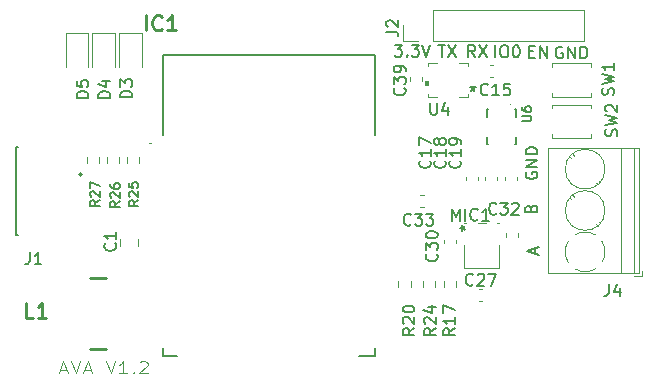
<source format=gto>
G04 #@! TF.GenerationSoftware,KiCad,Pcbnew,7.0.1*
G04 #@! TF.CreationDate,2023-11-26T12:32:17+08:00*
G04 #@! TF.ProjectId,SourceFIle,536f7572-6365-4464-996c-652e6b696361,02*
G04 #@! TF.SameCoordinates,Original*
G04 #@! TF.FileFunction,Legend,Top*
G04 #@! TF.FilePolarity,Positive*
%FSLAX46Y46*%
G04 Gerber Fmt 4.6, Leading zero omitted, Abs format (unit mm)*
G04 Created by KiCad (PCBNEW 7.0.1) date 2023-11-26 12:32:17*
%MOMM*%
%LPD*%
G01*
G04 APERTURE LIST*
%ADD10C,0.150000*%
%ADD11C,0.120000*%
%ADD12C,0.254000*%
%ADD13C,0.100000*%
%ADD14C,0.200000*%
%ADD15C,0.127000*%
G04 APERTURE END LIST*
D10*
X170863095Y-73578809D02*
X171196428Y-73578809D01*
X171339285Y-74102619D02*
X170863095Y-74102619D01*
X170863095Y-74102619D02*
X170863095Y-73102619D01*
X170863095Y-73102619D02*
X171339285Y-73102619D01*
X171767857Y-74102619D02*
X171767857Y-73102619D01*
X171767857Y-73102619D02*
X172339285Y-74102619D01*
X172339285Y-74102619D02*
X172339285Y-73102619D01*
X170596488Y-83813095D02*
X170548869Y-83908333D01*
X170548869Y-83908333D02*
X170548869Y-84051190D01*
X170548869Y-84051190D02*
X170596488Y-84194047D01*
X170596488Y-84194047D02*
X170691726Y-84289285D01*
X170691726Y-84289285D02*
X170786964Y-84336904D01*
X170786964Y-84336904D02*
X170977440Y-84384523D01*
X170977440Y-84384523D02*
X171120297Y-84384523D01*
X171120297Y-84384523D02*
X171310773Y-84336904D01*
X171310773Y-84336904D02*
X171406011Y-84289285D01*
X171406011Y-84289285D02*
X171501250Y-84194047D01*
X171501250Y-84194047D02*
X171548869Y-84051190D01*
X171548869Y-84051190D02*
X171548869Y-83955952D01*
X171548869Y-83955952D02*
X171501250Y-83813095D01*
X171501250Y-83813095D02*
X171453630Y-83765476D01*
X171453630Y-83765476D02*
X171120297Y-83765476D01*
X171120297Y-83765476D02*
X171120297Y-83955952D01*
X171548869Y-83336904D02*
X170548869Y-83336904D01*
X170548869Y-83336904D02*
X171548869Y-82765476D01*
X171548869Y-82765476D02*
X170548869Y-82765476D01*
X171548869Y-82289285D02*
X170548869Y-82289285D01*
X170548869Y-82289285D02*
X170548869Y-82051190D01*
X170548869Y-82051190D02*
X170596488Y-81908333D01*
X170596488Y-81908333D02*
X170691726Y-81813095D01*
X170691726Y-81813095D02*
X170786964Y-81765476D01*
X170786964Y-81765476D02*
X170977440Y-81717857D01*
X170977440Y-81717857D02*
X171120297Y-81717857D01*
X171120297Y-81717857D02*
X171310773Y-81765476D01*
X171310773Y-81765476D02*
X171406011Y-81813095D01*
X171406011Y-81813095D02*
X171501250Y-81908333D01*
X171501250Y-81908333D02*
X171548869Y-82051190D01*
X171548869Y-82051190D02*
X171548869Y-82289285D01*
X167988095Y-74077619D02*
X167988095Y-73077619D01*
X168654761Y-73077619D02*
X168845237Y-73077619D01*
X168845237Y-73077619D02*
X168940475Y-73125238D01*
X168940475Y-73125238D02*
X169035713Y-73220476D01*
X169035713Y-73220476D02*
X169083332Y-73410952D01*
X169083332Y-73410952D02*
X169083332Y-73744285D01*
X169083332Y-73744285D02*
X169035713Y-73934761D01*
X169035713Y-73934761D02*
X168940475Y-74030000D01*
X168940475Y-74030000D02*
X168845237Y-74077619D01*
X168845237Y-74077619D02*
X168654761Y-74077619D01*
X168654761Y-74077619D02*
X168559523Y-74030000D01*
X168559523Y-74030000D02*
X168464285Y-73934761D01*
X168464285Y-73934761D02*
X168416666Y-73744285D01*
X168416666Y-73744285D02*
X168416666Y-73410952D01*
X168416666Y-73410952D02*
X168464285Y-73220476D01*
X168464285Y-73220476D02*
X168559523Y-73125238D01*
X168559523Y-73125238D02*
X168654761Y-73077619D01*
X169702380Y-73077619D02*
X169797618Y-73077619D01*
X169797618Y-73077619D02*
X169892856Y-73125238D01*
X169892856Y-73125238D02*
X169940475Y-73172857D01*
X169940475Y-73172857D02*
X169988094Y-73268095D01*
X169988094Y-73268095D02*
X170035713Y-73458571D01*
X170035713Y-73458571D02*
X170035713Y-73696666D01*
X170035713Y-73696666D02*
X169988094Y-73887142D01*
X169988094Y-73887142D02*
X169940475Y-73982380D01*
X169940475Y-73982380D02*
X169892856Y-74030000D01*
X169892856Y-74030000D02*
X169797618Y-74077619D01*
X169797618Y-74077619D02*
X169702380Y-74077619D01*
X169702380Y-74077619D02*
X169607142Y-74030000D01*
X169607142Y-74030000D02*
X169559523Y-73982380D01*
X169559523Y-73982380D02*
X169511904Y-73887142D01*
X169511904Y-73887142D02*
X169464285Y-73696666D01*
X169464285Y-73696666D02*
X169464285Y-73458571D01*
X169464285Y-73458571D02*
X169511904Y-73268095D01*
X169511904Y-73268095D02*
X169559523Y-73172857D01*
X169559523Y-73172857D02*
X169607142Y-73125238D01*
X169607142Y-73125238D02*
X169702380Y-73077619D01*
X159467857Y-73027619D02*
X160086904Y-73027619D01*
X160086904Y-73027619D02*
X159753571Y-73408571D01*
X159753571Y-73408571D02*
X159896428Y-73408571D01*
X159896428Y-73408571D02*
X159991666Y-73456190D01*
X159991666Y-73456190D02*
X160039285Y-73503809D01*
X160039285Y-73503809D02*
X160086904Y-73599047D01*
X160086904Y-73599047D02*
X160086904Y-73837142D01*
X160086904Y-73837142D02*
X160039285Y-73932380D01*
X160039285Y-73932380D02*
X159991666Y-73980000D01*
X159991666Y-73980000D02*
X159896428Y-74027619D01*
X159896428Y-74027619D02*
X159610714Y-74027619D01*
X159610714Y-74027619D02*
X159515476Y-73980000D01*
X159515476Y-73980000D02*
X159467857Y-73932380D01*
X160515476Y-73932380D02*
X160563095Y-73980000D01*
X160563095Y-73980000D02*
X160515476Y-74027619D01*
X160515476Y-74027619D02*
X160467857Y-73980000D01*
X160467857Y-73980000D02*
X160515476Y-73932380D01*
X160515476Y-73932380D02*
X160515476Y-74027619D01*
X160896428Y-73027619D02*
X161515475Y-73027619D01*
X161515475Y-73027619D02*
X161182142Y-73408571D01*
X161182142Y-73408571D02*
X161324999Y-73408571D01*
X161324999Y-73408571D02*
X161420237Y-73456190D01*
X161420237Y-73456190D02*
X161467856Y-73503809D01*
X161467856Y-73503809D02*
X161515475Y-73599047D01*
X161515475Y-73599047D02*
X161515475Y-73837142D01*
X161515475Y-73837142D02*
X161467856Y-73932380D01*
X161467856Y-73932380D02*
X161420237Y-73980000D01*
X161420237Y-73980000D02*
X161324999Y-74027619D01*
X161324999Y-74027619D02*
X161039285Y-74027619D01*
X161039285Y-74027619D02*
X160944047Y-73980000D01*
X160944047Y-73980000D02*
X160896428Y-73932380D01*
X161801190Y-73027619D02*
X162134523Y-74027619D01*
X162134523Y-74027619D02*
X162467856Y-73027619D01*
X173661904Y-73225238D02*
X173566666Y-73177619D01*
X173566666Y-73177619D02*
X173423809Y-73177619D01*
X173423809Y-73177619D02*
X173280952Y-73225238D01*
X173280952Y-73225238D02*
X173185714Y-73320476D01*
X173185714Y-73320476D02*
X173138095Y-73415714D01*
X173138095Y-73415714D02*
X173090476Y-73606190D01*
X173090476Y-73606190D02*
X173090476Y-73749047D01*
X173090476Y-73749047D02*
X173138095Y-73939523D01*
X173138095Y-73939523D02*
X173185714Y-74034761D01*
X173185714Y-74034761D02*
X173280952Y-74130000D01*
X173280952Y-74130000D02*
X173423809Y-74177619D01*
X173423809Y-74177619D02*
X173519047Y-74177619D01*
X173519047Y-74177619D02*
X173661904Y-74130000D01*
X173661904Y-74130000D02*
X173709523Y-74082380D01*
X173709523Y-74082380D02*
X173709523Y-73749047D01*
X173709523Y-73749047D02*
X173519047Y-73749047D01*
X174138095Y-74177619D02*
X174138095Y-73177619D01*
X174138095Y-73177619D02*
X174709523Y-74177619D01*
X174709523Y-74177619D02*
X174709523Y-73177619D01*
X175185714Y-74177619D02*
X175185714Y-73177619D01*
X175185714Y-73177619D02*
X175423809Y-73177619D01*
X175423809Y-73177619D02*
X175566666Y-73225238D01*
X175566666Y-73225238D02*
X175661904Y-73320476D01*
X175661904Y-73320476D02*
X175709523Y-73415714D01*
X175709523Y-73415714D02*
X175757142Y-73606190D01*
X175757142Y-73606190D02*
X175757142Y-73749047D01*
X175757142Y-73749047D02*
X175709523Y-73939523D01*
X175709523Y-73939523D02*
X175661904Y-74034761D01*
X175661904Y-74034761D02*
X175566666Y-74130000D01*
X175566666Y-74130000D02*
X175423809Y-74177619D01*
X175423809Y-74177619D02*
X175185714Y-74177619D01*
X163170238Y-73027619D02*
X163741666Y-73027619D01*
X163455952Y-74027619D02*
X163455952Y-73027619D01*
X163979762Y-73027619D02*
X164646428Y-74027619D01*
X164646428Y-73027619D02*
X163979762Y-74027619D01*
D11*
X131129821Y-100541904D02*
X131701250Y-100541904D01*
X131015535Y-100827619D02*
X131415535Y-99827619D01*
X131415535Y-99827619D02*
X131815535Y-100827619D01*
X132044106Y-99827619D02*
X132444106Y-100827619D01*
X132444106Y-100827619D02*
X132844106Y-99827619D01*
X133186963Y-100541904D02*
X133758392Y-100541904D01*
X133072677Y-100827619D02*
X133472677Y-99827619D01*
X133472677Y-99827619D02*
X133872677Y-100827619D01*
X135015534Y-99827619D02*
X135415534Y-100827619D01*
X135415534Y-100827619D02*
X135815534Y-99827619D01*
X136844105Y-100827619D02*
X136158391Y-100827619D01*
X136501248Y-100827619D02*
X136501248Y-99827619D01*
X136501248Y-99827619D02*
X136386962Y-99970476D01*
X136386962Y-99970476D02*
X136272677Y-100065714D01*
X136272677Y-100065714D02*
X136158391Y-100113333D01*
X137358391Y-100732380D02*
X137415534Y-100780000D01*
X137415534Y-100780000D02*
X137358391Y-100827619D01*
X137358391Y-100827619D02*
X137301248Y-100780000D01*
X137301248Y-100780000D02*
X137358391Y-100732380D01*
X137358391Y-100732380D02*
X137358391Y-100827619D01*
X137872677Y-99922857D02*
X137929820Y-99875238D01*
X137929820Y-99875238D02*
X138044106Y-99827619D01*
X138044106Y-99827619D02*
X138329820Y-99827619D01*
X138329820Y-99827619D02*
X138444106Y-99875238D01*
X138444106Y-99875238D02*
X138501248Y-99922857D01*
X138501248Y-99922857D02*
X138558391Y-100018095D01*
X138558391Y-100018095D02*
X138558391Y-100113333D01*
X138558391Y-100113333D02*
X138501248Y-100256190D01*
X138501248Y-100256190D02*
X137815534Y-100827619D01*
X137815534Y-100827619D02*
X138558391Y-100827619D01*
D10*
X171005059Y-86873571D02*
X171052678Y-86730714D01*
X171052678Y-86730714D02*
X171100297Y-86683095D01*
X171100297Y-86683095D02*
X171195535Y-86635476D01*
X171195535Y-86635476D02*
X171338392Y-86635476D01*
X171338392Y-86635476D02*
X171433630Y-86683095D01*
X171433630Y-86683095D02*
X171481250Y-86730714D01*
X171481250Y-86730714D02*
X171528869Y-86825952D01*
X171528869Y-86825952D02*
X171528869Y-87206904D01*
X171528869Y-87206904D02*
X170528869Y-87206904D01*
X170528869Y-87206904D02*
X170528869Y-86873571D01*
X170528869Y-86873571D02*
X170576488Y-86778333D01*
X170576488Y-86778333D02*
X170624107Y-86730714D01*
X170624107Y-86730714D02*
X170719345Y-86683095D01*
X170719345Y-86683095D02*
X170814583Y-86683095D01*
X170814583Y-86683095D02*
X170909821Y-86730714D01*
X170909821Y-86730714D02*
X170957440Y-86778333D01*
X170957440Y-86778333D02*
X171005059Y-86873571D01*
X171005059Y-86873571D02*
X171005059Y-87206904D01*
X171373154Y-90694523D02*
X171373154Y-90218333D01*
X171658869Y-90789761D02*
X170658869Y-90456428D01*
X170658869Y-90456428D02*
X171658869Y-90123095D01*
X166284523Y-74052619D02*
X165951190Y-73576428D01*
X165713095Y-74052619D02*
X165713095Y-73052619D01*
X165713095Y-73052619D02*
X166094047Y-73052619D01*
X166094047Y-73052619D02*
X166189285Y-73100238D01*
X166189285Y-73100238D02*
X166236904Y-73147857D01*
X166236904Y-73147857D02*
X166284523Y-73243095D01*
X166284523Y-73243095D02*
X166284523Y-73385952D01*
X166284523Y-73385952D02*
X166236904Y-73481190D01*
X166236904Y-73481190D02*
X166189285Y-73528809D01*
X166189285Y-73528809D02*
X166094047Y-73576428D01*
X166094047Y-73576428D02*
X165713095Y-73576428D01*
X166617857Y-73052619D02*
X167284523Y-74052619D01*
X167284523Y-73052619D02*
X166617857Y-74052619D01*
X164987380Y-82822857D02*
X165035000Y-82870476D01*
X165035000Y-82870476D02*
X165082619Y-83013333D01*
X165082619Y-83013333D02*
X165082619Y-83108571D01*
X165082619Y-83108571D02*
X165035000Y-83251428D01*
X165035000Y-83251428D02*
X164939761Y-83346666D01*
X164939761Y-83346666D02*
X164844523Y-83394285D01*
X164844523Y-83394285D02*
X164654047Y-83441904D01*
X164654047Y-83441904D02*
X164511190Y-83441904D01*
X164511190Y-83441904D02*
X164320714Y-83394285D01*
X164320714Y-83394285D02*
X164225476Y-83346666D01*
X164225476Y-83346666D02*
X164130238Y-83251428D01*
X164130238Y-83251428D02*
X164082619Y-83108571D01*
X164082619Y-83108571D02*
X164082619Y-83013333D01*
X164082619Y-83013333D02*
X164130238Y-82870476D01*
X164130238Y-82870476D02*
X164177857Y-82822857D01*
X165082619Y-81870476D02*
X165082619Y-82441904D01*
X165082619Y-82156190D02*
X164082619Y-82156190D01*
X164082619Y-82156190D02*
X164225476Y-82251428D01*
X164225476Y-82251428D02*
X164320714Y-82346666D01*
X164320714Y-82346666D02*
X164368333Y-82441904D01*
X165082619Y-81394285D02*
X165082619Y-81203809D01*
X165082619Y-81203809D02*
X165035000Y-81108571D01*
X165035000Y-81108571D02*
X164987380Y-81060952D01*
X164987380Y-81060952D02*
X164844523Y-80965714D01*
X164844523Y-80965714D02*
X164654047Y-80918095D01*
X164654047Y-80918095D02*
X164273095Y-80918095D01*
X164273095Y-80918095D02*
X164177857Y-80965714D01*
X164177857Y-80965714D02*
X164130238Y-81013333D01*
X164130238Y-81013333D02*
X164082619Y-81108571D01*
X164082619Y-81108571D02*
X164082619Y-81299047D01*
X164082619Y-81299047D02*
X164130238Y-81394285D01*
X164130238Y-81394285D02*
X164177857Y-81441904D01*
X164177857Y-81441904D02*
X164273095Y-81489523D01*
X164273095Y-81489523D02*
X164511190Y-81489523D01*
X164511190Y-81489523D02*
X164606428Y-81441904D01*
X164606428Y-81441904D02*
X164654047Y-81394285D01*
X164654047Y-81394285D02*
X164701666Y-81299047D01*
X164701666Y-81299047D02*
X164701666Y-81108571D01*
X164701666Y-81108571D02*
X164654047Y-81013333D01*
X164654047Y-81013333D02*
X164606428Y-80965714D01*
X164606428Y-80965714D02*
X164511190Y-80918095D01*
X136171345Y-86289285D02*
X135790392Y-86555952D01*
X136171345Y-86746428D02*
X135371345Y-86746428D01*
X135371345Y-86746428D02*
X135371345Y-86441666D01*
X135371345Y-86441666D02*
X135409440Y-86365476D01*
X135409440Y-86365476D02*
X135447535Y-86327381D01*
X135447535Y-86327381D02*
X135523726Y-86289285D01*
X135523726Y-86289285D02*
X135638011Y-86289285D01*
X135638011Y-86289285D02*
X135714202Y-86327381D01*
X135714202Y-86327381D02*
X135752297Y-86365476D01*
X135752297Y-86365476D02*
X135790392Y-86441666D01*
X135790392Y-86441666D02*
X135790392Y-86746428D01*
X135447535Y-85984524D02*
X135409440Y-85946428D01*
X135409440Y-85946428D02*
X135371345Y-85870238D01*
X135371345Y-85870238D02*
X135371345Y-85679762D01*
X135371345Y-85679762D02*
X135409440Y-85603571D01*
X135409440Y-85603571D02*
X135447535Y-85565476D01*
X135447535Y-85565476D02*
X135523726Y-85527381D01*
X135523726Y-85527381D02*
X135599916Y-85527381D01*
X135599916Y-85527381D02*
X135714202Y-85565476D01*
X135714202Y-85565476D02*
X136171345Y-86022619D01*
X136171345Y-86022619D02*
X136171345Y-85527381D01*
X135371345Y-84841666D02*
X135371345Y-84994047D01*
X135371345Y-84994047D02*
X135409440Y-85070238D01*
X135409440Y-85070238D02*
X135447535Y-85108333D01*
X135447535Y-85108333D02*
X135561821Y-85184523D01*
X135561821Y-85184523D02*
X135714202Y-85222619D01*
X135714202Y-85222619D02*
X136018964Y-85222619D01*
X136018964Y-85222619D02*
X136095154Y-85184523D01*
X136095154Y-85184523D02*
X136133250Y-85146428D01*
X136133250Y-85146428D02*
X136171345Y-85070238D01*
X136171345Y-85070238D02*
X136171345Y-84917857D01*
X136171345Y-84917857D02*
X136133250Y-84841666D01*
X136133250Y-84841666D02*
X136095154Y-84803571D01*
X136095154Y-84803571D02*
X136018964Y-84765476D01*
X136018964Y-84765476D02*
X135828488Y-84765476D01*
X135828488Y-84765476D02*
X135752297Y-84803571D01*
X135752297Y-84803571D02*
X135714202Y-84841666D01*
X135714202Y-84841666D02*
X135676107Y-84917857D01*
X135676107Y-84917857D02*
X135676107Y-85070238D01*
X135676107Y-85070238D02*
X135714202Y-85146428D01*
X135714202Y-85146428D02*
X135752297Y-85184523D01*
X135752297Y-85184523D02*
X135828488Y-85222619D01*
X163707380Y-82822857D02*
X163755000Y-82870476D01*
X163755000Y-82870476D02*
X163802619Y-83013333D01*
X163802619Y-83013333D02*
X163802619Y-83108571D01*
X163802619Y-83108571D02*
X163755000Y-83251428D01*
X163755000Y-83251428D02*
X163659761Y-83346666D01*
X163659761Y-83346666D02*
X163564523Y-83394285D01*
X163564523Y-83394285D02*
X163374047Y-83441904D01*
X163374047Y-83441904D02*
X163231190Y-83441904D01*
X163231190Y-83441904D02*
X163040714Y-83394285D01*
X163040714Y-83394285D02*
X162945476Y-83346666D01*
X162945476Y-83346666D02*
X162850238Y-83251428D01*
X162850238Y-83251428D02*
X162802619Y-83108571D01*
X162802619Y-83108571D02*
X162802619Y-83013333D01*
X162802619Y-83013333D02*
X162850238Y-82870476D01*
X162850238Y-82870476D02*
X162897857Y-82822857D01*
X163802619Y-81870476D02*
X163802619Y-82441904D01*
X163802619Y-82156190D02*
X162802619Y-82156190D01*
X162802619Y-82156190D02*
X162945476Y-82251428D01*
X162945476Y-82251428D02*
X163040714Y-82346666D01*
X163040714Y-82346666D02*
X163088333Y-82441904D01*
X163231190Y-81299047D02*
X163183571Y-81394285D01*
X163183571Y-81394285D02*
X163135952Y-81441904D01*
X163135952Y-81441904D02*
X163040714Y-81489523D01*
X163040714Y-81489523D02*
X162993095Y-81489523D01*
X162993095Y-81489523D02*
X162897857Y-81441904D01*
X162897857Y-81441904D02*
X162850238Y-81394285D01*
X162850238Y-81394285D02*
X162802619Y-81299047D01*
X162802619Y-81299047D02*
X162802619Y-81108571D01*
X162802619Y-81108571D02*
X162850238Y-81013333D01*
X162850238Y-81013333D02*
X162897857Y-80965714D01*
X162897857Y-80965714D02*
X162993095Y-80918095D01*
X162993095Y-80918095D02*
X163040714Y-80918095D01*
X163040714Y-80918095D02*
X163135952Y-80965714D01*
X163135952Y-80965714D02*
X163183571Y-81013333D01*
X163183571Y-81013333D02*
X163231190Y-81108571D01*
X163231190Y-81108571D02*
X163231190Y-81299047D01*
X163231190Y-81299047D02*
X163278809Y-81394285D01*
X163278809Y-81394285D02*
X163326428Y-81441904D01*
X163326428Y-81441904D02*
X163421666Y-81489523D01*
X163421666Y-81489523D02*
X163612142Y-81489523D01*
X163612142Y-81489523D02*
X163707380Y-81441904D01*
X163707380Y-81441904D02*
X163755000Y-81394285D01*
X163755000Y-81394285D02*
X163802619Y-81299047D01*
X163802619Y-81299047D02*
X163802619Y-81108571D01*
X163802619Y-81108571D02*
X163755000Y-81013333D01*
X163755000Y-81013333D02*
X163707380Y-80965714D01*
X163707380Y-80965714D02*
X163612142Y-80918095D01*
X163612142Y-80918095D02*
X163421666Y-80918095D01*
X163421666Y-80918095D02*
X163326428Y-80965714D01*
X163326428Y-80965714D02*
X163278809Y-81013333D01*
X163278809Y-81013333D02*
X163231190Y-81108571D01*
X168068392Y-87299880D02*
X168020773Y-87347500D01*
X168020773Y-87347500D02*
X167877916Y-87395119D01*
X167877916Y-87395119D02*
X167782678Y-87395119D01*
X167782678Y-87395119D02*
X167639821Y-87347500D01*
X167639821Y-87347500D02*
X167544583Y-87252261D01*
X167544583Y-87252261D02*
X167496964Y-87157023D01*
X167496964Y-87157023D02*
X167449345Y-86966547D01*
X167449345Y-86966547D02*
X167449345Y-86823690D01*
X167449345Y-86823690D02*
X167496964Y-86633214D01*
X167496964Y-86633214D02*
X167544583Y-86537976D01*
X167544583Y-86537976D02*
X167639821Y-86442738D01*
X167639821Y-86442738D02*
X167782678Y-86395119D01*
X167782678Y-86395119D02*
X167877916Y-86395119D01*
X167877916Y-86395119D02*
X168020773Y-86442738D01*
X168020773Y-86442738D02*
X168068392Y-86490357D01*
X168401726Y-86395119D02*
X169020773Y-86395119D01*
X169020773Y-86395119D02*
X168687440Y-86776071D01*
X168687440Y-86776071D02*
X168830297Y-86776071D01*
X168830297Y-86776071D02*
X168925535Y-86823690D01*
X168925535Y-86823690D02*
X168973154Y-86871309D01*
X168973154Y-86871309D02*
X169020773Y-86966547D01*
X169020773Y-86966547D02*
X169020773Y-87204642D01*
X169020773Y-87204642D02*
X168973154Y-87299880D01*
X168973154Y-87299880D02*
X168925535Y-87347500D01*
X168925535Y-87347500D02*
X168830297Y-87395119D01*
X168830297Y-87395119D02*
X168544583Y-87395119D01*
X168544583Y-87395119D02*
X168449345Y-87347500D01*
X168449345Y-87347500D02*
X168401726Y-87299880D01*
X169401726Y-86490357D02*
X169449345Y-86442738D01*
X169449345Y-86442738D02*
X169544583Y-86395119D01*
X169544583Y-86395119D02*
X169782678Y-86395119D01*
X169782678Y-86395119D02*
X169877916Y-86442738D01*
X169877916Y-86442738D02*
X169925535Y-86490357D01*
X169925535Y-86490357D02*
X169973154Y-86585595D01*
X169973154Y-86585595D02*
X169973154Y-86680833D01*
X169973154Y-86680833D02*
X169925535Y-86823690D01*
X169925535Y-86823690D02*
X169354107Y-87395119D01*
X169354107Y-87395119D02*
X169973154Y-87395119D01*
X158773869Y-71928333D02*
X159488154Y-71928333D01*
X159488154Y-71928333D02*
X159631011Y-71975952D01*
X159631011Y-71975952D02*
X159726250Y-72071190D01*
X159726250Y-72071190D02*
X159773869Y-72214047D01*
X159773869Y-72214047D02*
X159773869Y-72309285D01*
X158869107Y-71499761D02*
X158821488Y-71452142D01*
X158821488Y-71452142D02*
X158773869Y-71356904D01*
X158773869Y-71356904D02*
X158773869Y-71118809D01*
X158773869Y-71118809D02*
X158821488Y-71023571D01*
X158821488Y-71023571D02*
X158869107Y-70975952D01*
X158869107Y-70975952D02*
X158964345Y-70928333D01*
X158964345Y-70928333D02*
X159059583Y-70928333D01*
X159059583Y-70928333D02*
X159202440Y-70975952D01*
X159202440Y-70975952D02*
X159773869Y-71547380D01*
X159773869Y-71547380D02*
X159773869Y-70928333D01*
X166098392Y-93312380D02*
X166050773Y-93360000D01*
X166050773Y-93360000D02*
X165907916Y-93407619D01*
X165907916Y-93407619D02*
X165812678Y-93407619D01*
X165812678Y-93407619D02*
X165669821Y-93360000D01*
X165669821Y-93360000D02*
X165574583Y-93264761D01*
X165574583Y-93264761D02*
X165526964Y-93169523D01*
X165526964Y-93169523D02*
X165479345Y-92979047D01*
X165479345Y-92979047D02*
X165479345Y-92836190D01*
X165479345Y-92836190D02*
X165526964Y-92645714D01*
X165526964Y-92645714D02*
X165574583Y-92550476D01*
X165574583Y-92550476D02*
X165669821Y-92455238D01*
X165669821Y-92455238D02*
X165812678Y-92407619D01*
X165812678Y-92407619D02*
X165907916Y-92407619D01*
X165907916Y-92407619D02*
X166050773Y-92455238D01*
X166050773Y-92455238D02*
X166098392Y-92502857D01*
X166479345Y-92502857D02*
X166526964Y-92455238D01*
X166526964Y-92455238D02*
X166622202Y-92407619D01*
X166622202Y-92407619D02*
X166860297Y-92407619D01*
X166860297Y-92407619D02*
X166955535Y-92455238D01*
X166955535Y-92455238D02*
X167003154Y-92502857D01*
X167003154Y-92502857D02*
X167050773Y-92598095D01*
X167050773Y-92598095D02*
X167050773Y-92693333D01*
X167050773Y-92693333D02*
X167003154Y-92836190D01*
X167003154Y-92836190D02*
X166431726Y-93407619D01*
X166431726Y-93407619D02*
X167050773Y-93407619D01*
X167384107Y-92407619D02*
X168050773Y-92407619D01*
X168050773Y-92407619D02*
X167622202Y-93407619D01*
X137237619Y-77488094D02*
X136237619Y-77488094D01*
X136237619Y-77488094D02*
X136237619Y-77249999D01*
X136237619Y-77249999D02*
X136285238Y-77107142D01*
X136285238Y-77107142D02*
X136380476Y-77011904D01*
X136380476Y-77011904D02*
X136475714Y-76964285D01*
X136475714Y-76964285D02*
X136666190Y-76916666D01*
X136666190Y-76916666D02*
X136809047Y-76916666D01*
X136809047Y-76916666D02*
X136999523Y-76964285D01*
X136999523Y-76964285D02*
X137094761Y-77011904D01*
X137094761Y-77011904D02*
X137190000Y-77107142D01*
X137190000Y-77107142D02*
X137237619Y-77249999D01*
X137237619Y-77249999D02*
X137237619Y-77488094D01*
X136237619Y-76583332D02*
X136237619Y-75964285D01*
X136237619Y-75964285D02*
X136618571Y-76297618D01*
X136618571Y-76297618D02*
X136618571Y-76154761D01*
X136618571Y-76154761D02*
X136666190Y-76059523D01*
X136666190Y-76059523D02*
X136713809Y-76011904D01*
X136713809Y-76011904D02*
X136809047Y-75964285D01*
X136809047Y-75964285D02*
X137047142Y-75964285D01*
X137047142Y-75964285D02*
X137142380Y-76011904D01*
X137142380Y-76011904D02*
X137190000Y-76059523D01*
X137190000Y-76059523D02*
X137237619Y-76154761D01*
X137237619Y-76154761D02*
X137237619Y-76440475D01*
X137237619Y-76440475D02*
X137190000Y-76535713D01*
X137190000Y-76535713D02*
X137142380Y-76583332D01*
X160848392Y-88232380D02*
X160800773Y-88280000D01*
X160800773Y-88280000D02*
X160657916Y-88327619D01*
X160657916Y-88327619D02*
X160562678Y-88327619D01*
X160562678Y-88327619D02*
X160419821Y-88280000D01*
X160419821Y-88280000D02*
X160324583Y-88184761D01*
X160324583Y-88184761D02*
X160276964Y-88089523D01*
X160276964Y-88089523D02*
X160229345Y-87899047D01*
X160229345Y-87899047D02*
X160229345Y-87756190D01*
X160229345Y-87756190D02*
X160276964Y-87565714D01*
X160276964Y-87565714D02*
X160324583Y-87470476D01*
X160324583Y-87470476D02*
X160419821Y-87375238D01*
X160419821Y-87375238D02*
X160562678Y-87327619D01*
X160562678Y-87327619D02*
X160657916Y-87327619D01*
X160657916Y-87327619D02*
X160800773Y-87375238D01*
X160800773Y-87375238D02*
X160848392Y-87422857D01*
X161181726Y-87327619D02*
X161800773Y-87327619D01*
X161800773Y-87327619D02*
X161467440Y-87708571D01*
X161467440Y-87708571D02*
X161610297Y-87708571D01*
X161610297Y-87708571D02*
X161705535Y-87756190D01*
X161705535Y-87756190D02*
X161753154Y-87803809D01*
X161753154Y-87803809D02*
X161800773Y-87899047D01*
X161800773Y-87899047D02*
X161800773Y-88137142D01*
X161800773Y-88137142D02*
X161753154Y-88232380D01*
X161753154Y-88232380D02*
X161705535Y-88280000D01*
X161705535Y-88280000D02*
X161610297Y-88327619D01*
X161610297Y-88327619D02*
X161324583Y-88327619D01*
X161324583Y-88327619D02*
X161229345Y-88280000D01*
X161229345Y-88280000D02*
X161181726Y-88232380D01*
X162134107Y-87327619D02*
X162753154Y-87327619D01*
X162753154Y-87327619D02*
X162419821Y-87708571D01*
X162419821Y-87708571D02*
X162562678Y-87708571D01*
X162562678Y-87708571D02*
X162657916Y-87756190D01*
X162657916Y-87756190D02*
X162705535Y-87803809D01*
X162705535Y-87803809D02*
X162753154Y-87899047D01*
X162753154Y-87899047D02*
X162753154Y-88137142D01*
X162753154Y-88137142D02*
X162705535Y-88232380D01*
X162705535Y-88232380D02*
X162657916Y-88280000D01*
X162657916Y-88280000D02*
X162562678Y-88327619D01*
X162562678Y-88327619D02*
X162276964Y-88327619D01*
X162276964Y-88327619D02*
X162181726Y-88280000D01*
X162181726Y-88280000D02*
X162134107Y-88232380D01*
X177980615Y-77265436D02*
X178028234Y-77122579D01*
X178028234Y-77122579D02*
X178028234Y-76884484D01*
X178028234Y-76884484D02*
X177980615Y-76789246D01*
X177980615Y-76789246D02*
X177932995Y-76741627D01*
X177932995Y-76741627D02*
X177837757Y-76694008D01*
X177837757Y-76694008D02*
X177742519Y-76694008D01*
X177742519Y-76694008D02*
X177647281Y-76741627D01*
X177647281Y-76741627D02*
X177599662Y-76789246D01*
X177599662Y-76789246D02*
X177552043Y-76884484D01*
X177552043Y-76884484D02*
X177504424Y-77074960D01*
X177504424Y-77074960D02*
X177456805Y-77170198D01*
X177456805Y-77170198D02*
X177409186Y-77217817D01*
X177409186Y-77217817D02*
X177313948Y-77265436D01*
X177313948Y-77265436D02*
X177218710Y-77265436D01*
X177218710Y-77265436D02*
X177123472Y-77217817D01*
X177123472Y-77217817D02*
X177075853Y-77170198D01*
X177075853Y-77170198D02*
X177028234Y-77074960D01*
X177028234Y-77074960D02*
X177028234Y-76836865D01*
X177028234Y-76836865D02*
X177075853Y-76694008D01*
X177028234Y-76360674D02*
X178028234Y-76122579D01*
X178028234Y-76122579D02*
X177313948Y-75932103D01*
X177313948Y-75932103D02*
X178028234Y-75741627D01*
X178028234Y-75741627D02*
X177028234Y-75503532D01*
X178028234Y-74598770D02*
X178028234Y-75170198D01*
X178028234Y-74884484D02*
X177028234Y-74884484D01*
X177028234Y-74884484D02*
X177171091Y-74979722D01*
X177171091Y-74979722D02*
X177266329Y-75074960D01*
X177266329Y-75074960D02*
X177313948Y-75170198D01*
D12*
X138410237Y-71812526D02*
X138410237Y-70542526D01*
X139740714Y-71691573D02*
X139680238Y-71752050D01*
X139680238Y-71752050D02*
X139498809Y-71812526D01*
X139498809Y-71812526D02*
X139377857Y-71812526D01*
X139377857Y-71812526D02*
X139196428Y-71752050D01*
X139196428Y-71752050D02*
X139075476Y-71631097D01*
X139075476Y-71631097D02*
X139014999Y-71510145D01*
X139014999Y-71510145D02*
X138954523Y-71268240D01*
X138954523Y-71268240D02*
X138954523Y-71086811D01*
X138954523Y-71086811D02*
X139014999Y-70844907D01*
X139014999Y-70844907D02*
X139075476Y-70723954D01*
X139075476Y-70723954D02*
X139196428Y-70603002D01*
X139196428Y-70603002D02*
X139377857Y-70542526D01*
X139377857Y-70542526D02*
X139498809Y-70542526D01*
X139498809Y-70542526D02*
X139680238Y-70603002D01*
X139680238Y-70603002D02*
X139740714Y-70663478D01*
X140950238Y-71812526D02*
X140224523Y-71812526D01*
X140587380Y-71812526D02*
X140587380Y-70542526D01*
X140587380Y-70542526D02*
X140466428Y-70723954D01*
X140466428Y-70723954D02*
X140345476Y-70844907D01*
X140345476Y-70844907D02*
X140224523Y-70905383D01*
X128869583Y-96142526D02*
X128264821Y-96142526D01*
X128264821Y-96142526D02*
X128264821Y-94872526D01*
X129958155Y-96142526D02*
X129232440Y-96142526D01*
X129595297Y-96142526D02*
X129595297Y-94872526D01*
X129595297Y-94872526D02*
X129474345Y-95053954D01*
X129474345Y-95053954D02*
X129353393Y-95174907D01*
X129353393Y-95174907D02*
X129232440Y-95235383D01*
D10*
X163008630Y-90737857D02*
X163056250Y-90785476D01*
X163056250Y-90785476D02*
X163103869Y-90928333D01*
X163103869Y-90928333D02*
X163103869Y-91023571D01*
X163103869Y-91023571D02*
X163056250Y-91166428D01*
X163056250Y-91166428D02*
X162961011Y-91261666D01*
X162961011Y-91261666D02*
X162865773Y-91309285D01*
X162865773Y-91309285D02*
X162675297Y-91356904D01*
X162675297Y-91356904D02*
X162532440Y-91356904D01*
X162532440Y-91356904D02*
X162341964Y-91309285D01*
X162341964Y-91309285D02*
X162246726Y-91261666D01*
X162246726Y-91261666D02*
X162151488Y-91166428D01*
X162151488Y-91166428D02*
X162103869Y-91023571D01*
X162103869Y-91023571D02*
X162103869Y-90928333D01*
X162103869Y-90928333D02*
X162151488Y-90785476D01*
X162151488Y-90785476D02*
X162199107Y-90737857D01*
X162103869Y-90404523D02*
X162103869Y-89785476D01*
X162103869Y-89785476D02*
X162484821Y-90118809D01*
X162484821Y-90118809D02*
X162484821Y-89975952D01*
X162484821Y-89975952D02*
X162532440Y-89880714D01*
X162532440Y-89880714D02*
X162580059Y-89833095D01*
X162580059Y-89833095D02*
X162675297Y-89785476D01*
X162675297Y-89785476D02*
X162913392Y-89785476D01*
X162913392Y-89785476D02*
X163008630Y-89833095D01*
X163008630Y-89833095D02*
X163056250Y-89880714D01*
X163056250Y-89880714D02*
X163103869Y-89975952D01*
X163103869Y-89975952D02*
X163103869Y-90261666D01*
X163103869Y-90261666D02*
X163056250Y-90356904D01*
X163056250Y-90356904D02*
X163008630Y-90404523D01*
X162103869Y-89166428D02*
X162103869Y-89071190D01*
X162103869Y-89071190D02*
X162151488Y-88975952D01*
X162151488Y-88975952D02*
X162199107Y-88928333D01*
X162199107Y-88928333D02*
X162294345Y-88880714D01*
X162294345Y-88880714D02*
X162484821Y-88833095D01*
X162484821Y-88833095D02*
X162722916Y-88833095D01*
X162722916Y-88833095D02*
X162913392Y-88880714D01*
X162913392Y-88880714D02*
X163008630Y-88928333D01*
X163008630Y-88928333D02*
X163056250Y-88975952D01*
X163056250Y-88975952D02*
X163103869Y-89071190D01*
X163103869Y-89071190D02*
X163103869Y-89166428D01*
X163103869Y-89166428D02*
X163056250Y-89261666D01*
X163056250Y-89261666D02*
X163008630Y-89309285D01*
X163008630Y-89309285D02*
X162913392Y-89356904D01*
X162913392Y-89356904D02*
X162722916Y-89404523D01*
X162722916Y-89404523D02*
X162484821Y-89404523D01*
X162484821Y-89404523D02*
X162294345Y-89356904D01*
X162294345Y-89356904D02*
X162199107Y-89309285D01*
X162199107Y-89309285D02*
X162151488Y-89261666D01*
X162151488Y-89261666D02*
X162103869Y-89166428D01*
X161143869Y-97017857D02*
X160667678Y-97351190D01*
X161143869Y-97589285D02*
X160143869Y-97589285D01*
X160143869Y-97589285D02*
X160143869Y-97208333D01*
X160143869Y-97208333D02*
X160191488Y-97113095D01*
X160191488Y-97113095D02*
X160239107Y-97065476D01*
X160239107Y-97065476D02*
X160334345Y-97017857D01*
X160334345Y-97017857D02*
X160477202Y-97017857D01*
X160477202Y-97017857D02*
X160572440Y-97065476D01*
X160572440Y-97065476D02*
X160620059Y-97113095D01*
X160620059Y-97113095D02*
X160667678Y-97208333D01*
X160667678Y-97208333D02*
X160667678Y-97589285D01*
X160239107Y-96636904D02*
X160191488Y-96589285D01*
X160191488Y-96589285D02*
X160143869Y-96494047D01*
X160143869Y-96494047D02*
X160143869Y-96255952D01*
X160143869Y-96255952D02*
X160191488Y-96160714D01*
X160191488Y-96160714D02*
X160239107Y-96113095D01*
X160239107Y-96113095D02*
X160334345Y-96065476D01*
X160334345Y-96065476D02*
X160429583Y-96065476D01*
X160429583Y-96065476D02*
X160572440Y-96113095D01*
X160572440Y-96113095D02*
X161143869Y-96684523D01*
X161143869Y-96684523D02*
X161143869Y-96065476D01*
X160143869Y-95446428D02*
X160143869Y-95351190D01*
X160143869Y-95351190D02*
X160191488Y-95255952D01*
X160191488Y-95255952D02*
X160239107Y-95208333D01*
X160239107Y-95208333D02*
X160334345Y-95160714D01*
X160334345Y-95160714D02*
X160524821Y-95113095D01*
X160524821Y-95113095D02*
X160762916Y-95113095D01*
X160762916Y-95113095D02*
X160953392Y-95160714D01*
X160953392Y-95160714D02*
X161048630Y-95208333D01*
X161048630Y-95208333D02*
X161096250Y-95255952D01*
X161096250Y-95255952D02*
X161143869Y-95351190D01*
X161143869Y-95351190D02*
X161143869Y-95446428D01*
X161143869Y-95446428D02*
X161096250Y-95541666D01*
X161096250Y-95541666D02*
X161048630Y-95589285D01*
X161048630Y-95589285D02*
X160953392Y-95636904D01*
X160953392Y-95636904D02*
X160762916Y-95684523D01*
X160762916Y-95684523D02*
X160524821Y-95684523D01*
X160524821Y-95684523D02*
X160334345Y-95636904D01*
X160334345Y-95636904D02*
X160239107Y-95589285D01*
X160239107Y-95589285D02*
X160191488Y-95541666D01*
X160191488Y-95541666D02*
X160143869Y-95446428D01*
X177607916Y-93287619D02*
X177607916Y-94001904D01*
X177607916Y-94001904D02*
X177560297Y-94144761D01*
X177560297Y-94144761D02*
X177465059Y-94240000D01*
X177465059Y-94240000D02*
X177322202Y-94287619D01*
X177322202Y-94287619D02*
X177226964Y-94287619D01*
X178512678Y-93620952D02*
X178512678Y-94287619D01*
X178274583Y-93240000D02*
X178036488Y-93954285D01*
X178036488Y-93954285D02*
X178655535Y-93954285D01*
X178266250Y-80758332D02*
X178313869Y-80615475D01*
X178313869Y-80615475D02*
X178313869Y-80377380D01*
X178313869Y-80377380D02*
X178266250Y-80282142D01*
X178266250Y-80282142D02*
X178218630Y-80234523D01*
X178218630Y-80234523D02*
X178123392Y-80186904D01*
X178123392Y-80186904D02*
X178028154Y-80186904D01*
X178028154Y-80186904D02*
X177932916Y-80234523D01*
X177932916Y-80234523D02*
X177885297Y-80282142D01*
X177885297Y-80282142D02*
X177837678Y-80377380D01*
X177837678Y-80377380D02*
X177790059Y-80567856D01*
X177790059Y-80567856D02*
X177742440Y-80663094D01*
X177742440Y-80663094D02*
X177694821Y-80710713D01*
X177694821Y-80710713D02*
X177599583Y-80758332D01*
X177599583Y-80758332D02*
X177504345Y-80758332D01*
X177504345Y-80758332D02*
X177409107Y-80710713D01*
X177409107Y-80710713D02*
X177361488Y-80663094D01*
X177361488Y-80663094D02*
X177313869Y-80567856D01*
X177313869Y-80567856D02*
X177313869Y-80329761D01*
X177313869Y-80329761D02*
X177361488Y-80186904D01*
X177313869Y-79853570D02*
X178313869Y-79615475D01*
X178313869Y-79615475D02*
X177599583Y-79424999D01*
X177599583Y-79424999D02*
X178313869Y-79234523D01*
X178313869Y-79234523D02*
X177313869Y-78996428D01*
X177409107Y-78663094D02*
X177361488Y-78615475D01*
X177361488Y-78615475D02*
X177313869Y-78520237D01*
X177313869Y-78520237D02*
X177313869Y-78282142D01*
X177313869Y-78282142D02*
X177361488Y-78186904D01*
X177361488Y-78186904D02*
X177409107Y-78139285D01*
X177409107Y-78139285D02*
X177504345Y-78091666D01*
X177504345Y-78091666D02*
X177599583Y-78091666D01*
X177599583Y-78091666D02*
X177742440Y-78139285D01*
X177742440Y-78139285D02*
X178313869Y-78710713D01*
X178313869Y-78710713D02*
X178313869Y-78091666D01*
X135387619Y-77538094D02*
X134387619Y-77538094D01*
X134387619Y-77538094D02*
X134387619Y-77299999D01*
X134387619Y-77299999D02*
X134435238Y-77157142D01*
X134435238Y-77157142D02*
X134530476Y-77061904D01*
X134530476Y-77061904D02*
X134625714Y-77014285D01*
X134625714Y-77014285D02*
X134816190Y-76966666D01*
X134816190Y-76966666D02*
X134959047Y-76966666D01*
X134959047Y-76966666D02*
X135149523Y-77014285D01*
X135149523Y-77014285D02*
X135244761Y-77061904D01*
X135244761Y-77061904D02*
X135340000Y-77157142D01*
X135340000Y-77157142D02*
X135387619Y-77299999D01*
X135387619Y-77299999D02*
X135387619Y-77538094D01*
X134720952Y-76109523D02*
X135387619Y-76109523D01*
X134340000Y-76347618D02*
X135054285Y-76585713D01*
X135054285Y-76585713D02*
X135054285Y-75966666D01*
X134491345Y-86179285D02*
X134110392Y-86445952D01*
X134491345Y-86636428D02*
X133691345Y-86636428D01*
X133691345Y-86636428D02*
X133691345Y-86331666D01*
X133691345Y-86331666D02*
X133729440Y-86255476D01*
X133729440Y-86255476D02*
X133767535Y-86217381D01*
X133767535Y-86217381D02*
X133843726Y-86179285D01*
X133843726Y-86179285D02*
X133958011Y-86179285D01*
X133958011Y-86179285D02*
X134034202Y-86217381D01*
X134034202Y-86217381D02*
X134072297Y-86255476D01*
X134072297Y-86255476D02*
X134110392Y-86331666D01*
X134110392Y-86331666D02*
X134110392Y-86636428D01*
X133767535Y-85874524D02*
X133729440Y-85836428D01*
X133729440Y-85836428D02*
X133691345Y-85760238D01*
X133691345Y-85760238D02*
X133691345Y-85569762D01*
X133691345Y-85569762D02*
X133729440Y-85493571D01*
X133729440Y-85493571D02*
X133767535Y-85455476D01*
X133767535Y-85455476D02*
X133843726Y-85417381D01*
X133843726Y-85417381D02*
X133919916Y-85417381D01*
X133919916Y-85417381D02*
X134034202Y-85455476D01*
X134034202Y-85455476D02*
X134491345Y-85912619D01*
X134491345Y-85912619D02*
X134491345Y-85417381D01*
X133691345Y-85150714D02*
X133691345Y-84617380D01*
X133691345Y-84617380D02*
X134491345Y-84960238D01*
X164583869Y-97037857D02*
X164107678Y-97371190D01*
X164583869Y-97609285D02*
X163583869Y-97609285D01*
X163583869Y-97609285D02*
X163583869Y-97228333D01*
X163583869Y-97228333D02*
X163631488Y-97133095D01*
X163631488Y-97133095D02*
X163679107Y-97085476D01*
X163679107Y-97085476D02*
X163774345Y-97037857D01*
X163774345Y-97037857D02*
X163917202Y-97037857D01*
X163917202Y-97037857D02*
X164012440Y-97085476D01*
X164012440Y-97085476D02*
X164060059Y-97133095D01*
X164060059Y-97133095D02*
X164107678Y-97228333D01*
X164107678Y-97228333D02*
X164107678Y-97609285D01*
X164583869Y-96085476D02*
X164583869Y-96656904D01*
X164583869Y-96371190D02*
X163583869Y-96371190D01*
X163583869Y-96371190D02*
X163726726Y-96466428D01*
X163726726Y-96466428D02*
X163821964Y-96561666D01*
X163821964Y-96561666D02*
X163869583Y-96656904D01*
X163583869Y-95752142D02*
X163583869Y-95085476D01*
X163583869Y-95085476D02*
X164583869Y-95514047D01*
X160292380Y-76692857D02*
X160340000Y-76740476D01*
X160340000Y-76740476D02*
X160387619Y-76883333D01*
X160387619Y-76883333D02*
X160387619Y-76978571D01*
X160387619Y-76978571D02*
X160340000Y-77121428D01*
X160340000Y-77121428D02*
X160244761Y-77216666D01*
X160244761Y-77216666D02*
X160149523Y-77264285D01*
X160149523Y-77264285D02*
X159959047Y-77311904D01*
X159959047Y-77311904D02*
X159816190Y-77311904D01*
X159816190Y-77311904D02*
X159625714Y-77264285D01*
X159625714Y-77264285D02*
X159530476Y-77216666D01*
X159530476Y-77216666D02*
X159435238Y-77121428D01*
X159435238Y-77121428D02*
X159387619Y-76978571D01*
X159387619Y-76978571D02*
X159387619Y-76883333D01*
X159387619Y-76883333D02*
X159435238Y-76740476D01*
X159435238Y-76740476D02*
X159482857Y-76692857D01*
X159387619Y-76359523D02*
X159387619Y-75740476D01*
X159387619Y-75740476D02*
X159768571Y-76073809D01*
X159768571Y-76073809D02*
X159768571Y-75930952D01*
X159768571Y-75930952D02*
X159816190Y-75835714D01*
X159816190Y-75835714D02*
X159863809Y-75788095D01*
X159863809Y-75788095D02*
X159959047Y-75740476D01*
X159959047Y-75740476D02*
X160197142Y-75740476D01*
X160197142Y-75740476D02*
X160292380Y-75788095D01*
X160292380Y-75788095D02*
X160340000Y-75835714D01*
X160340000Y-75835714D02*
X160387619Y-75930952D01*
X160387619Y-75930952D02*
X160387619Y-76216666D01*
X160387619Y-76216666D02*
X160340000Y-76311904D01*
X160340000Y-76311904D02*
X160292380Y-76359523D01*
X160387619Y-75264285D02*
X160387619Y-75073809D01*
X160387619Y-75073809D02*
X160340000Y-74978571D01*
X160340000Y-74978571D02*
X160292380Y-74930952D01*
X160292380Y-74930952D02*
X160149523Y-74835714D01*
X160149523Y-74835714D02*
X159959047Y-74788095D01*
X159959047Y-74788095D02*
X159578095Y-74788095D01*
X159578095Y-74788095D02*
X159482857Y-74835714D01*
X159482857Y-74835714D02*
X159435238Y-74883333D01*
X159435238Y-74883333D02*
X159387619Y-74978571D01*
X159387619Y-74978571D02*
X159387619Y-75169047D01*
X159387619Y-75169047D02*
X159435238Y-75264285D01*
X159435238Y-75264285D02*
X159482857Y-75311904D01*
X159482857Y-75311904D02*
X159578095Y-75359523D01*
X159578095Y-75359523D02*
X159816190Y-75359523D01*
X159816190Y-75359523D02*
X159911428Y-75311904D01*
X159911428Y-75311904D02*
X159959047Y-75264285D01*
X159959047Y-75264285D02*
X160006666Y-75169047D01*
X160006666Y-75169047D02*
X160006666Y-74978571D01*
X160006666Y-74978571D02*
X159959047Y-74883333D01*
X159959047Y-74883333D02*
X159911428Y-74835714D01*
X159911428Y-74835714D02*
X159816190Y-74788095D01*
X164303631Y-87907619D02*
X164303631Y-86907619D01*
X164303631Y-86907619D02*
X164636964Y-87621904D01*
X164636964Y-87621904D02*
X164970297Y-86907619D01*
X164970297Y-86907619D02*
X164970297Y-87907619D01*
X165446488Y-87907619D02*
X165446488Y-86907619D01*
X166494106Y-87812380D02*
X166446487Y-87860000D01*
X166446487Y-87860000D02*
X166303630Y-87907619D01*
X166303630Y-87907619D02*
X166208392Y-87907619D01*
X166208392Y-87907619D02*
X166065535Y-87860000D01*
X166065535Y-87860000D02*
X165970297Y-87764761D01*
X165970297Y-87764761D02*
X165922678Y-87669523D01*
X165922678Y-87669523D02*
X165875059Y-87479047D01*
X165875059Y-87479047D02*
X165875059Y-87336190D01*
X165875059Y-87336190D02*
X165922678Y-87145714D01*
X165922678Y-87145714D02*
X165970297Y-87050476D01*
X165970297Y-87050476D02*
X166065535Y-86955238D01*
X166065535Y-86955238D02*
X166208392Y-86907619D01*
X166208392Y-86907619D02*
X166303630Y-86907619D01*
X166303630Y-86907619D02*
X166446487Y-86955238D01*
X166446487Y-86955238D02*
X166494106Y-87002857D01*
X167446487Y-87907619D02*
X166875059Y-87907619D01*
X167160773Y-87907619D02*
X167160773Y-86907619D01*
X167160773Y-86907619D02*
X167065535Y-87050476D01*
X167065535Y-87050476D02*
X166970297Y-87145714D01*
X166970297Y-87145714D02*
X166875059Y-87193333D01*
X165021369Y-88533399D02*
X165259464Y-88533399D01*
X165164226Y-88771494D02*
X165259464Y-88533399D01*
X165259464Y-88533399D02*
X165164226Y-88295304D01*
X165449940Y-88676256D02*
X165259464Y-88533399D01*
X165259464Y-88533399D02*
X165449940Y-88390542D01*
X128552916Y-90596869D02*
X128552916Y-91311154D01*
X128552916Y-91311154D02*
X128505297Y-91454011D01*
X128505297Y-91454011D02*
X128410059Y-91549250D01*
X128410059Y-91549250D02*
X128267202Y-91596869D01*
X128267202Y-91596869D02*
X128171964Y-91596869D01*
X129552916Y-91596869D02*
X128981488Y-91596869D01*
X129267202Y-91596869D02*
X129267202Y-90596869D01*
X129267202Y-90596869D02*
X129171964Y-90739726D01*
X129171964Y-90739726D02*
X129076726Y-90834964D01*
X129076726Y-90834964D02*
X128981488Y-90882583D01*
X162943869Y-97027857D02*
X162467678Y-97361190D01*
X162943869Y-97599285D02*
X161943869Y-97599285D01*
X161943869Y-97599285D02*
X161943869Y-97218333D01*
X161943869Y-97218333D02*
X161991488Y-97123095D01*
X161991488Y-97123095D02*
X162039107Y-97075476D01*
X162039107Y-97075476D02*
X162134345Y-97027857D01*
X162134345Y-97027857D02*
X162277202Y-97027857D01*
X162277202Y-97027857D02*
X162372440Y-97075476D01*
X162372440Y-97075476D02*
X162420059Y-97123095D01*
X162420059Y-97123095D02*
X162467678Y-97218333D01*
X162467678Y-97218333D02*
X162467678Y-97599285D01*
X162039107Y-96646904D02*
X161991488Y-96599285D01*
X161991488Y-96599285D02*
X161943869Y-96504047D01*
X161943869Y-96504047D02*
X161943869Y-96265952D01*
X161943869Y-96265952D02*
X161991488Y-96170714D01*
X161991488Y-96170714D02*
X162039107Y-96123095D01*
X162039107Y-96123095D02*
X162134345Y-96075476D01*
X162134345Y-96075476D02*
X162229583Y-96075476D01*
X162229583Y-96075476D02*
X162372440Y-96123095D01*
X162372440Y-96123095D02*
X162943869Y-96694523D01*
X162943869Y-96694523D02*
X162943869Y-96075476D01*
X162277202Y-95218333D02*
X162943869Y-95218333D01*
X161896250Y-95456428D02*
X162610535Y-95694523D01*
X162610535Y-95694523D02*
X162610535Y-95075476D01*
X167357142Y-77217380D02*
X167309523Y-77265000D01*
X167309523Y-77265000D02*
X167166666Y-77312619D01*
X167166666Y-77312619D02*
X167071428Y-77312619D01*
X167071428Y-77312619D02*
X166928571Y-77265000D01*
X166928571Y-77265000D02*
X166833333Y-77169761D01*
X166833333Y-77169761D02*
X166785714Y-77074523D01*
X166785714Y-77074523D02*
X166738095Y-76884047D01*
X166738095Y-76884047D02*
X166738095Y-76741190D01*
X166738095Y-76741190D02*
X166785714Y-76550714D01*
X166785714Y-76550714D02*
X166833333Y-76455476D01*
X166833333Y-76455476D02*
X166928571Y-76360238D01*
X166928571Y-76360238D02*
X167071428Y-76312619D01*
X167071428Y-76312619D02*
X167166666Y-76312619D01*
X167166666Y-76312619D02*
X167309523Y-76360238D01*
X167309523Y-76360238D02*
X167357142Y-76407857D01*
X168309523Y-77312619D02*
X167738095Y-77312619D01*
X168023809Y-77312619D02*
X168023809Y-76312619D01*
X168023809Y-76312619D02*
X167928571Y-76455476D01*
X167928571Y-76455476D02*
X167833333Y-76550714D01*
X167833333Y-76550714D02*
X167738095Y-76598333D01*
X169214285Y-76312619D02*
X168738095Y-76312619D01*
X168738095Y-76312619D02*
X168690476Y-76788809D01*
X168690476Y-76788809D02*
X168738095Y-76741190D01*
X168738095Y-76741190D02*
X168833333Y-76693571D01*
X168833333Y-76693571D02*
X169071428Y-76693571D01*
X169071428Y-76693571D02*
X169166666Y-76741190D01*
X169166666Y-76741190D02*
X169214285Y-76788809D01*
X169214285Y-76788809D02*
X169261904Y-76884047D01*
X169261904Y-76884047D02*
X169261904Y-77122142D01*
X169261904Y-77122142D02*
X169214285Y-77217380D01*
X169214285Y-77217380D02*
X169166666Y-77265000D01*
X169166666Y-77265000D02*
X169071428Y-77312619D01*
X169071428Y-77312619D02*
X168833333Y-77312619D01*
X168833333Y-77312619D02*
X168738095Y-77265000D01*
X168738095Y-77265000D02*
X168690476Y-77217380D01*
X135788630Y-89841666D02*
X135836250Y-89889285D01*
X135836250Y-89889285D02*
X135883869Y-90032142D01*
X135883869Y-90032142D02*
X135883869Y-90127380D01*
X135883869Y-90127380D02*
X135836250Y-90270237D01*
X135836250Y-90270237D02*
X135741011Y-90365475D01*
X135741011Y-90365475D02*
X135645773Y-90413094D01*
X135645773Y-90413094D02*
X135455297Y-90460713D01*
X135455297Y-90460713D02*
X135312440Y-90460713D01*
X135312440Y-90460713D02*
X135121964Y-90413094D01*
X135121964Y-90413094D02*
X135026726Y-90365475D01*
X135026726Y-90365475D02*
X134931488Y-90270237D01*
X134931488Y-90270237D02*
X134883869Y-90127380D01*
X134883869Y-90127380D02*
X134883869Y-90032142D01*
X134883869Y-90032142D02*
X134931488Y-89889285D01*
X134931488Y-89889285D02*
X134979107Y-89841666D01*
X135883869Y-88889285D02*
X135883869Y-89460713D01*
X135883869Y-89174999D02*
X134883869Y-89174999D01*
X134883869Y-89174999D02*
X135026726Y-89270237D01*
X135026726Y-89270237D02*
X135121964Y-89365475D01*
X135121964Y-89365475D02*
X135169583Y-89460713D01*
X170236345Y-79484523D02*
X170883964Y-79484523D01*
X170883964Y-79484523D02*
X170960154Y-79446428D01*
X170960154Y-79446428D02*
X170998250Y-79408333D01*
X170998250Y-79408333D02*
X171036345Y-79332142D01*
X171036345Y-79332142D02*
X171036345Y-79179761D01*
X171036345Y-79179761D02*
X170998250Y-79103571D01*
X170998250Y-79103571D02*
X170960154Y-79065476D01*
X170960154Y-79065476D02*
X170883964Y-79027380D01*
X170883964Y-79027380D02*
X170236345Y-79027380D01*
X170236345Y-78303571D02*
X170236345Y-78455952D01*
X170236345Y-78455952D02*
X170274440Y-78532143D01*
X170274440Y-78532143D02*
X170312535Y-78570238D01*
X170312535Y-78570238D02*
X170426821Y-78646428D01*
X170426821Y-78646428D02*
X170579202Y-78684524D01*
X170579202Y-78684524D02*
X170883964Y-78684524D01*
X170883964Y-78684524D02*
X170960154Y-78646428D01*
X170960154Y-78646428D02*
X170998250Y-78608333D01*
X170998250Y-78608333D02*
X171036345Y-78532143D01*
X171036345Y-78532143D02*
X171036345Y-78379762D01*
X171036345Y-78379762D02*
X170998250Y-78303571D01*
X170998250Y-78303571D02*
X170960154Y-78265476D01*
X170960154Y-78265476D02*
X170883964Y-78227381D01*
X170883964Y-78227381D02*
X170693488Y-78227381D01*
X170693488Y-78227381D02*
X170617297Y-78265476D01*
X170617297Y-78265476D02*
X170579202Y-78303571D01*
X170579202Y-78303571D02*
X170541107Y-78379762D01*
X170541107Y-78379762D02*
X170541107Y-78532143D01*
X170541107Y-78532143D02*
X170579202Y-78608333D01*
X170579202Y-78608333D02*
X170617297Y-78646428D01*
X170617297Y-78646428D02*
X170693488Y-78684524D01*
X162437380Y-82822857D02*
X162485000Y-82870476D01*
X162485000Y-82870476D02*
X162532619Y-83013333D01*
X162532619Y-83013333D02*
X162532619Y-83108571D01*
X162532619Y-83108571D02*
X162485000Y-83251428D01*
X162485000Y-83251428D02*
X162389761Y-83346666D01*
X162389761Y-83346666D02*
X162294523Y-83394285D01*
X162294523Y-83394285D02*
X162104047Y-83441904D01*
X162104047Y-83441904D02*
X161961190Y-83441904D01*
X161961190Y-83441904D02*
X161770714Y-83394285D01*
X161770714Y-83394285D02*
X161675476Y-83346666D01*
X161675476Y-83346666D02*
X161580238Y-83251428D01*
X161580238Y-83251428D02*
X161532619Y-83108571D01*
X161532619Y-83108571D02*
X161532619Y-83013333D01*
X161532619Y-83013333D02*
X161580238Y-82870476D01*
X161580238Y-82870476D02*
X161627857Y-82822857D01*
X162532619Y-81870476D02*
X162532619Y-82441904D01*
X162532619Y-82156190D02*
X161532619Y-82156190D01*
X161532619Y-82156190D02*
X161675476Y-82251428D01*
X161675476Y-82251428D02*
X161770714Y-82346666D01*
X161770714Y-82346666D02*
X161818333Y-82441904D01*
X161532619Y-81537142D02*
X161532619Y-80870476D01*
X161532619Y-80870476D02*
X162532619Y-81299047D01*
X137761345Y-86179285D02*
X137380392Y-86445952D01*
X137761345Y-86636428D02*
X136961345Y-86636428D01*
X136961345Y-86636428D02*
X136961345Y-86331666D01*
X136961345Y-86331666D02*
X136999440Y-86255476D01*
X136999440Y-86255476D02*
X137037535Y-86217381D01*
X137037535Y-86217381D02*
X137113726Y-86179285D01*
X137113726Y-86179285D02*
X137228011Y-86179285D01*
X137228011Y-86179285D02*
X137304202Y-86217381D01*
X137304202Y-86217381D02*
X137342297Y-86255476D01*
X137342297Y-86255476D02*
X137380392Y-86331666D01*
X137380392Y-86331666D02*
X137380392Y-86636428D01*
X137037535Y-85874524D02*
X136999440Y-85836428D01*
X136999440Y-85836428D02*
X136961345Y-85760238D01*
X136961345Y-85760238D02*
X136961345Y-85569762D01*
X136961345Y-85569762D02*
X136999440Y-85493571D01*
X136999440Y-85493571D02*
X137037535Y-85455476D01*
X137037535Y-85455476D02*
X137113726Y-85417381D01*
X137113726Y-85417381D02*
X137189916Y-85417381D01*
X137189916Y-85417381D02*
X137304202Y-85455476D01*
X137304202Y-85455476D02*
X137761345Y-85912619D01*
X137761345Y-85912619D02*
X137761345Y-85417381D01*
X136961345Y-84693571D02*
X136961345Y-85074523D01*
X136961345Y-85074523D02*
X137342297Y-85112619D01*
X137342297Y-85112619D02*
X137304202Y-85074523D01*
X137304202Y-85074523D02*
X137266107Y-84998333D01*
X137266107Y-84998333D02*
X137266107Y-84807857D01*
X137266107Y-84807857D02*
X137304202Y-84731666D01*
X137304202Y-84731666D02*
X137342297Y-84693571D01*
X137342297Y-84693571D02*
X137418488Y-84655476D01*
X137418488Y-84655476D02*
X137608964Y-84655476D01*
X137608964Y-84655476D02*
X137685154Y-84693571D01*
X137685154Y-84693571D02*
X137723250Y-84731666D01*
X137723250Y-84731666D02*
X137761345Y-84807857D01*
X137761345Y-84807857D02*
X137761345Y-84998333D01*
X137761345Y-84998333D02*
X137723250Y-85074523D01*
X137723250Y-85074523D02*
X137685154Y-85112619D01*
X133537619Y-77538094D02*
X132537619Y-77538094D01*
X132537619Y-77538094D02*
X132537619Y-77299999D01*
X132537619Y-77299999D02*
X132585238Y-77157142D01*
X132585238Y-77157142D02*
X132680476Y-77061904D01*
X132680476Y-77061904D02*
X132775714Y-77014285D01*
X132775714Y-77014285D02*
X132966190Y-76966666D01*
X132966190Y-76966666D02*
X133109047Y-76966666D01*
X133109047Y-76966666D02*
X133299523Y-77014285D01*
X133299523Y-77014285D02*
X133394761Y-77061904D01*
X133394761Y-77061904D02*
X133490000Y-77157142D01*
X133490000Y-77157142D02*
X133537619Y-77299999D01*
X133537619Y-77299999D02*
X133537619Y-77538094D01*
X132537619Y-76061904D02*
X132537619Y-76538094D01*
X132537619Y-76538094D02*
X133013809Y-76585713D01*
X133013809Y-76585713D02*
X132966190Y-76538094D01*
X132966190Y-76538094D02*
X132918571Y-76442856D01*
X132918571Y-76442856D02*
X132918571Y-76204761D01*
X132918571Y-76204761D02*
X132966190Y-76109523D01*
X132966190Y-76109523D02*
X133013809Y-76061904D01*
X133013809Y-76061904D02*
X133109047Y-76014285D01*
X133109047Y-76014285D02*
X133347142Y-76014285D01*
X133347142Y-76014285D02*
X133442380Y-76061904D01*
X133442380Y-76061904D02*
X133490000Y-76109523D01*
X133490000Y-76109523D02*
X133537619Y-76204761D01*
X133537619Y-76204761D02*
X133537619Y-76442856D01*
X133537619Y-76442856D02*
X133490000Y-76538094D01*
X133490000Y-76538094D02*
X133442380Y-76585713D01*
X162488095Y-77937619D02*
X162488095Y-78747142D01*
X162488095Y-78747142D02*
X162535714Y-78842380D01*
X162535714Y-78842380D02*
X162583333Y-78890000D01*
X162583333Y-78890000D02*
X162678571Y-78937619D01*
X162678571Y-78937619D02*
X162869047Y-78937619D01*
X162869047Y-78937619D02*
X162964285Y-78890000D01*
X162964285Y-78890000D02*
X163011904Y-78842380D01*
X163011904Y-78842380D02*
X163059523Y-78747142D01*
X163059523Y-78747142D02*
X163059523Y-77937619D01*
X163964285Y-78270952D02*
X163964285Y-78937619D01*
X163726190Y-77890000D02*
X163488095Y-78604285D01*
X163488095Y-78604285D02*
X164107142Y-78604285D01*
X166071500Y-76487619D02*
X166071500Y-76725714D01*
X165833405Y-76630476D02*
X166071500Y-76725714D01*
X166071500Y-76725714D02*
X166309595Y-76630476D01*
X165928643Y-76916190D02*
X166071500Y-76725714D01*
X166071500Y-76725714D02*
X166214357Y-76916190D01*
X166071500Y-76487619D02*
X166071500Y-76725714D01*
X165833405Y-76630476D02*
X166071500Y-76725714D01*
X166071500Y-76725714D02*
X166309595Y-76630476D01*
X165928643Y-76916190D02*
X166071500Y-76725714D01*
X166071500Y-76725714D02*
X166214357Y-76916190D01*
D11*
X168811250Y-84493767D02*
X168811250Y-84201233D01*
X169831250Y-84493767D02*
X169831250Y-84201233D01*
X136143750Y-82552776D02*
X136143750Y-83062224D01*
X135098750Y-82552776D02*
X135098750Y-83062224D01*
X168171250Y-84211233D02*
X168171250Y-84503767D01*
X167151250Y-84211233D02*
X167151250Y-84503767D01*
X169931250Y-88988733D02*
X169931250Y-89281267D01*
X168911250Y-88988733D02*
X168911250Y-89281267D01*
X160141250Y-72705000D02*
X160141250Y-71375000D01*
X161471250Y-72705000D02*
X160141250Y-72705000D01*
X162741250Y-72705000D02*
X175501250Y-72705000D01*
X162741250Y-72705000D02*
X162741250Y-70045000D01*
X175501250Y-72705000D02*
X175501250Y-70045000D01*
X162741250Y-70045000D02*
X175501250Y-70045000D01*
X166857517Y-94705000D02*
X166564983Y-94705000D01*
X166857517Y-93685000D02*
X166564983Y-93685000D01*
X138070000Y-72057500D02*
X136150000Y-72057500D01*
X136150000Y-72057500D02*
X136150000Y-74917500D01*
X138070000Y-74917500D02*
X138070000Y-72057500D01*
X161917517Y-86785000D02*
X161624983Y-86785000D01*
X161917517Y-85765000D02*
X161624983Y-85765000D01*
X176090615Y-77407104D02*
X172790615Y-77407104D01*
X176090615Y-77107104D02*
X176090615Y-77407104D01*
X176090615Y-74907104D02*
X176090615Y-74607104D01*
X176090615Y-74607104D02*
X172790615Y-74607104D01*
X172790615Y-77407104D02*
X172790615Y-77107104D01*
X172790615Y-74607104D02*
X172790615Y-74907104D01*
D13*
X138711250Y-81355000D02*
X138711250Y-81355000D01*
X138811250Y-81355000D02*
X138811250Y-81355000D01*
D14*
X139811250Y-73905000D02*
X157811250Y-73905000D01*
X139811250Y-80705000D02*
X139811250Y-73905000D01*
X139811250Y-98705000D02*
X139811250Y-99405000D01*
X139811250Y-99405000D02*
X141046250Y-99405000D01*
X156446250Y-99405000D02*
X157811250Y-99405000D01*
X157811250Y-73905000D02*
X157811250Y-80705000D01*
X157811250Y-99405000D02*
X157811250Y-98705000D01*
D13*
X138811250Y-81355000D02*
G75*
G03*
X138711250Y-81355000I-50000J0D01*
G01*
X138711250Y-81355000D02*
G75*
G03*
X138811250Y-81355000I50000J0D01*
G01*
D12*
X135041250Y-98795000D02*
X133641250Y-98795000D01*
X135041250Y-92795000D02*
X133641250Y-92795000D01*
D11*
X163611250Y-89841267D02*
X163611250Y-89548733D01*
X164631250Y-89841267D02*
X164631250Y-89548733D01*
X159768750Y-93519724D02*
X159768750Y-93010276D01*
X160813750Y-93519724D02*
X160813750Y-93010276D01*
X179751250Y-92605000D02*
X180391250Y-92605000D01*
X180391250Y-92605000D02*
X180391250Y-92205000D01*
X172431250Y-92365000D02*
X180151250Y-92365000D01*
X172431250Y-92365000D02*
X172431250Y-81745000D01*
X178591250Y-92365000D02*
X178591250Y-81745000D01*
X179691250Y-92365000D02*
X179691250Y-81745000D01*
X180151250Y-92365000D02*
X180151250Y-81745000D01*
X176532250Y-88200000D02*
X176660250Y-88329000D01*
X176772250Y-88030000D02*
X176865250Y-88124000D01*
X174316250Y-85985000D02*
X174410250Y-86079000D01*
X174522250Y-85780000D02*
X174650250Y-85909000D01*
X176532250Y-84700000D02*
X176660250Y-84829000D01*
X176772250Y-84530000D02*
X176865250Y-84624000D01*
X174316250Y-82485000D02*
X174410250Y-82579000D01*
X174522250Y-82280000D02*
X174650250Y-82409000D01*
X172431250Y-81745000D02*
X180151250Y-81745000D01*
X174725250Y-91995000D02*
G75*
G03*
X176481144Y-91980358I866000J1439998D01*
G01*
X174151250Y-89689000D02*
G75*
G03*
X174165892Y-91444894I1439998J-866000D01*
G01*
X177031250Y-91421000D02*
G75*
G03*
X177271348Y-90526326I-1440014J866003D01*
G01*
X177271249Y-90555000D02*
G75*
G03*
X177015970Y-89664736I-1679989J3D01*
G01*
X176482249Y-89130001D02*
G75*
G03*
X174701058Y-89129497I-890999J-1425002D01*
G01*
X177271250Y-87055000D02*
G75*
G03*
X177271250Y-87055000I-1680000J0D01*
G01*
X177271250Y-83555000D02*
G75*
G03*
X177271250Y-83555000I-1680000J0D01*
G01*
X176081250Y-80885000D02*
X172781250Y-80885000D01*
X176081250Y-80585000D02*
X176081250Y-80885000D01*
X176081250Y-78385000D02*
X176081250Y-78085000D01*
X176081250Y-78085000D02*
X172781250Y-78085000D01*
X172781250Y-80885000D02*
X172781250Y-80585000D01*
X172781250Y-78085000D02*
X172781250Y-78385000D01*
X135750000Y-72065000D02*
X133830000Y-72065000D01*
X133830000Y-72065000D02*
X133830000Y-74925000D01*
X135750000Y-74925000D02*
X135750000Y-72065000D01*
X134433750Y-82542776D02*
X134433750Y-83052224D01*
X133388750Y-82542776D02*
X133388750Y-83052224D01*
X163608750Y-93499724D02*
X163608750Y-92990276D01*
X164653750Y-93499724D02*
X164653750Y-92990276D01*
X160765000Y-76071267D02*
X160765000Y-75778733D01*
X161785000Y-76071267D02*
X161785000Y-75778733D01*
X165330150Y-91933800D02*
X168327350Y-91933800D01*
X168327350Y-91933800D02*
X168327350Y-90013640D01*
X165330150Y-90013640D02*
X165330150Y-91933800D01*
X165485668Y-88073000D02*
X165330150Y-88073000D01*
X167160668Y-88073000D02*
X166496832Y-88073000D01*
X168327350Y-88073000D02*
X168171832Y-88073000D01*
D15*
X127566250Y-81650000D02*
X127441250Y-81650000D01*
X127441250Y-81650000D02*
X127441250Y-89150000D01*
X127441250Y-89150000D02*
X127566250Y-89150000D01*
D14*
X132966250Y-84000000D02*
G75*
G03*
X132966250Y-84000000I-100000J0D01*
G01*
D11*
X162913750Y-93032776D02*
X162913750Y-93542224D01*
X161868750Y-93032776D02*
X161868750Y-93542224D01*
X167503733Y-74715000D02*
X167796267Y-74715000D01*
X167503733Y-75735000D02*
X167796267Y-75735000D01*
X137696250Y-89503748D02*
X137696250Y-90026252D01*
X136226250Y-89503748D02*
X136226250Y-90026252D01*
D15*
X169766250Y-78462500D02*
X169766250Y-79103500D01*
X169625250Y-78462500D02*
X169766250Y-78462500D01*
X167407250Y-78462500D02*
X167266250Y-78462500D01*
X167266250Y-78462500D02*
X167266250Y-79103500D01*
X169766250Y-81462500D02*
X169766250Y-80821500D01*
X169625250Y-81462500D02*
X169766250Y-81462500D01*
X167407250Y-81462500D02*
X167266250Y-81462500D01*
X167266250Y-81462500D02*
X167266250Y-80821500D01*
D13*
X169316250Y-78062500D02*
G75*
G03*
X169316250Y-78062500I-50000J0D01*
G01*
D11*
X166511250Y-84201233D02*
X166511250Y-84493767D01*
X165491250Y-84201233D02*
X165491250Y-84493767D01*
X137833750Y-82562776D02*
X137833750Y-83072224D01*
X136788750Y-82562776D02*
X136788750Y-83072224D01*
X133520000Y-72065000D02*
X131600000Y-72065000D01*
X131600000Y-72065000D02*
X131600000Y-74925000D01*
X133520000Y-74925000D02*
X133520000Y-72065000D01*
X165665100Y-77447400D02*
X165665100Y-77232015D01*
X165665100Y-74817985D02*
X165665100Y-74602600D01*
X165665100Y-74602600D02*
X164945713Y-74602600D01*
X164945713Y-77447400D02*
X165665100Y-77447400D01*
X163031687Y-74602600D02*
X162312300Y-74602600D01*
X162312300Y-77447400D02*
X163031687Y-77447400D01*
X162312300Y-77232015D02*
X162312300Y-77447400D01*
X162312300Y-74602600D02*
X162312300Y-74817985D01*
D13*
X162286900Y-76465500D02*
X162032900Y-76465500D01*
X162032900Y-76084499D01*
X162286900Y-76084499D01*
X162286900Y-76465500D01*
G36*
X162286900Y-76465500D02*
G01*
X162032900Y-76465500D01*
X162032900Y-76084499D01*
X162286900Y-76084499D01*
X162286900Y-76465500D01*
G37*
M02*

</source>
